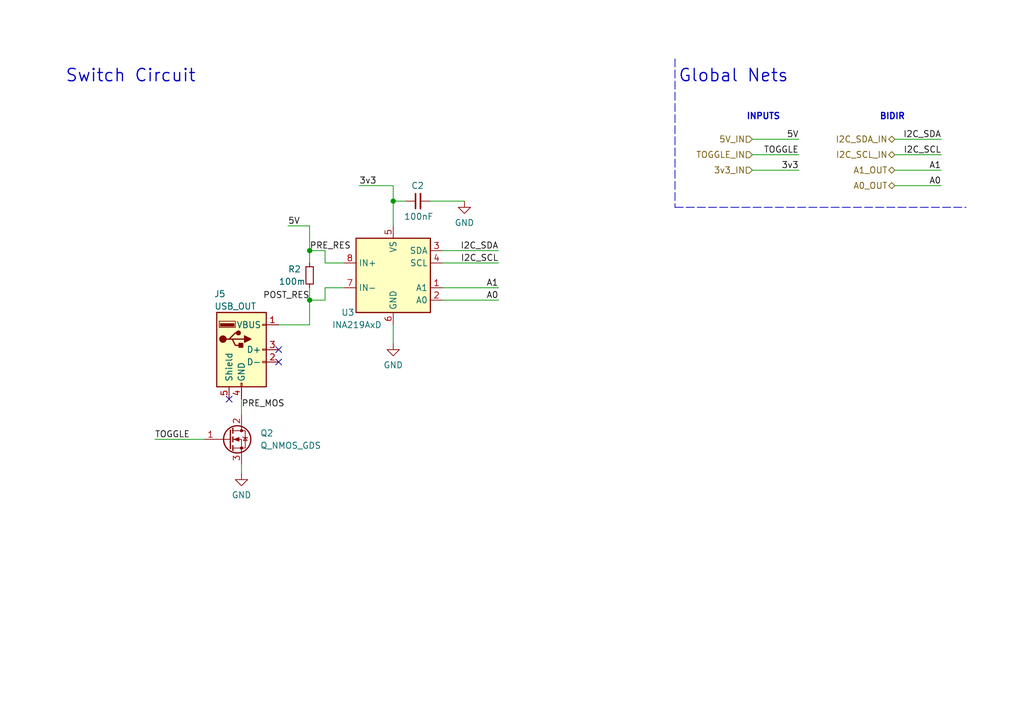
<source format=kicad_sch>
(kicad_sch (version 20211123) (generator eeschema)
  (paper "A5")
  (title_block (title "Wifi USB Port") (date "2023-02-05") (rev "0.2.1"))
  (lib_symbols
    (symbol "Analog_ADC:INA219AxD"
      (property "Reference" "U" (at -6.35 8.89 0))
      (property "Value" "INA219AxD" (at 5.08 8.89 0))
      (symbol "INA219AxD_0_1"
        (rectangle (start -7.62 7.62) (end 7.62 -7.62) (stroke (width 0.254)) (fill (type background)))
      )
      (symbol "INA219AxD_1_1"
        (pin input line (at 10.16 -2.54 180) (length 2.54) (name "A1") (number "1"))
        (pin input line (at 10.16 -5.08 180) (length 2.54) (name "A0") (number "2"))
        (pin bidirectional line (at 10.16 5.08 180) (length 2.54) (name "SDA") (number "3"))
        (pin input line (at 10.16 2.54 180) (length 2.54) (name "SCL") (number "4"))
        (pin power_in line (at 0 10.16 270) (length 2.54) (name "VS") (number "5"))
        (pin power_in line (at 0 -10.16 90) (length 2.54) (name "GND") (number "6"))
        (pin input line (at -10.16 -2.54 0) (length 2.54) (name "IN-") (number "7"))
        (pin input line (at -10.16 2.54 0) (length 2.54) (name "IN+") (number "8"))
      )
    )
    (symbol "Connector:USB_A" (pin_names (offset 1.016))
      (property "Reference" "J" (at -5.08 11.43 0))
      (property "Value" "USB_A" (at -5.08 8.89 0))
      (symbol "USB_A_0_1"
        (rectangle (start -5.08 -7.62) (end 5.08 7.62) (stroke (width 0.254)) (fill (type background)))
        (circle (center -3.81 2.159) (radius 0.635) (stroke (width 0.254)) (fill (type outline)))
        (rectangle (start -1.524 4.826) (end -4.318 5.334) (fill (type outline)))
        (rectangle (start -1.27 4.572) (end -4.572 5.842))
        (circle (center -0.635 3.429) (radius 0.381) (stroke (width 0.254)) (fill (type outline)))
        (rectangle (start -0.127 -7.62) (end 0.127 -6.858))
        (polyline (pts (xy -3.175 2.159) (xy -2.54 2.159) (xy -1.27 3.429) (xy -0.635 3.429)) (stroke (width 0.254)))
        (polyline (pts (xy -2.54 2.159) (xy -1.905 2.159) (xy -1.27 0.889) (xy 0 0.889)) (stroke (width 0.254)))
        (polyline (pts (xy 0.635 2.794) (xy 0.635 1.524) (xy 1.905 2.159) (xy 0.635 2.794)) (stroke (width 0.254)) (fill (type outline)))
        (rectangle (start 0.254 1.27) (end -0.508 0.508) (stroke (width 0.254)) (fill (type outline)))
        (rectangle (start 5.08 -2.667) (end 4.318 -2.413))
        (rectangle (start 5.08 -0.127) (end 4.318 0.127))
        (rectangle (start 5.08 4.953) (end 4.318 5.207))
      )
      (symbol "USB_A_1_1"
        (polyline (pts (xy -1.905 2.159) (xy 0.635 2.159)) (stroke (width 0.254)))
        (pin power_in line (at 7.62 5.08 180) (length 2.54) (name "VBUS") (number "1"))
        (pin bidirectional line (at 7.62 -2.54 180) (length 2.54) (name "D-") (number "2"))
        (pin bidirectional line (at 7.62 0 180) (length 2.54) (name "D+") (number "3"))
        (pin power_in line (at 0 -10.16 90) (length 2.54) (name "GND") (number "4"))
        (pin passive line (at -2.54 -10.16 90) (length 2.54) (name "Shield") (number "5"))
      )
    )
    (symbol "Device:C_Small" (pin_numbers hide) (pin_names (offset 0.254) hide)
      (property "Reference" "C" (at 0.254 1.778 0))
      (property "Value" "C_Small" (at 0.254 -2.032 0))
      (symbol "C_Small_0_1"
        (polyline (pts (xy -1.524 -0.508) (xy 1.524 -0.508)) (stroke (width 0.3302)))
        (polyline (pts (xy -1.524 0.508) (xy 1.524 0.508)) (stroke (width 0.3048)))
      )
      (symbol "C_Small_1_1"
        (pin passive line (at 0 2.54 270) (length 2.032) (name "~") (number "1"))
        (pin passive line (at 0 -2.54 90) (length 2.032) (name "~") (number "2"))
      )
    )
    (symbol "Device:Q_NMOS_GDS" (pin_names (offset 0) hide)
      (property "Reference" "Q" (at 5.08 1.27 0))
      (property "Value" "Q_NMOS_GDS" (at 5.08 -1.27 0))
      (symbol "Q_NMOS_GDS_0_1"
        (polyline (pts (xy 0.254 0) (xy -2.54 0)))
        (polyline (pts (xy 0.254 1.905) (xy 0.254 -1.905)) (stroke (width 0.254)))
        (polyline (pts (xy 0.762 -1.27) (xy 0.762 -2.286)) (stroke (width 0.254)))
        (polyline (pts (xy 0.762 0.508) (xy 0.762 -0.508)) (stroke (width 0.254)))
        (polyline (pts (xy 0.762 2.286) (xy 0.762 1.27)) (stroke (width 0.254)))
        (polyline (pts (xy 2.54 2.54) (xy 2.54 1.778)))
        (polyline (pts (xy 2.54 -2.54) (xy 2.54 0) (xy 0.762 0)))
        (polyline (pts (xy 0.762 -1.778) (xy 3.302 -1.778) (xy 3.302 1.778) (xy 0.762 1.778)))
        (polyline (pts (xy 1.016 0) (xy 2.032 0.381) (xy 2.032 -0.381) (xy 1.016 0)) (fill (type outline)))
        (polyline (pts (xy 2.794 0.508) (xy 2.921 0.381) (xy 3.683 0.381) (xy 3.81 0.254)))
        (polyline (pts (xy 3.302 0.381) (xy 2.921 -0.254) (xy 3.683 -0.254) (xy 3.302 0.381)))
        (circle (center 1.651 0) (radius 2.794) (stroke (width 0.254)))
        (circle (center 2.54 -1.778) (radius 0.254) (fill (type outline)))
        (circle (center 2.54 1.778) (radius 0.254) (fill (type outline)))
      )
      (symbol "Q_NMOS_GDS_1_1"
        (pin input line (at -5.08 0 0) (length 2.54) (name "G") (number "1"))
        (pin passive line (at 2.54 5.08 270) (length 2.54) (name "D") (number "2"))
        (pin passive line (at 2.54 -5.08 90) (length 2.54) (name "S") (number "3"))
      )
    )
    (symbol "Device:R_Small" (pin_numbers hide) (pin_names (offset 0.254) hide)
      (property "Reference" "R" (at 0.762 0.508 0))
      (property "Value" "R_Small" (at 0.762 -1.016 0))
      (symbol "R_Small_0_1"
        (rectangle (start -0.762 1.778) (end 0.762 -1.778) (stroke (width 0.2032)))
      )
      (symbol "R_Small_1_1"
        (pin passive line (at 0 2.54 270) (length 0.762) (name "~") (number "1"))
        (pin passive line (at 0 -2.54 90) (length 0.762) (name "~") (number "2"))
      )
    )
    (symbol "power:GND" (power) (pin_names (offset 0))
      (property "Value" "GND" (at 0 -3.81 0))
      (symbol "GND_0_1"
        (polyline (pts (xy 0 0) (xy 0 -1.27) (xy 1.27 -1.27) (xy 0 -2.54) (xy -1.27 -1.27) (xy 0 -1.27)))
      )
      (symbol "GND_1_1"
        (pin power_in line (at 0 0 270) (length 0) hide (name "GND") (number "1"))
      )
    )
  )
  (junction (at 80.645 41.275))
  (junction (at 63.5 51.435))
  (junction (at 63.5 61.595))
  (no_connect (at 57.15 74.295))
  (no_connect (at 57.15 71.755))
  (no_connect (at 46.99 81.915))
  (wire (pts (xy 66.675 59.055) (xy 66.675 61.595)))
  (wire (pts (xy 63.5 51.435) (xy 63.5 46.355)))
  (wire (pts (xy 63.5 53.975) (xy 63.5 51.435)))
  (wire (pts (xy 183.515 28.575) (xy 193.04 28.575)))
  (wire (pts (xy 88.265 41.275) (xy 95.25 41.275)))
  (wire (pts (xy 63.5 61.595) (xy 63.5 66.675)))
  (wire (pts (xy 80.645 41.275) (xy 80.645 46.355)))
  (wire (pts (xy 90.805 59.055) (xy 102.235 59.055)))
  (wire (pts (xy 183.515 34.925) (xy 193.04 34.925)))
  (wire (pts (xy 70.485 53.975) (xy 66.675 53.975)))
  (wire (pts (xy 154.305 34.925) (xy 163.83 34.925)))
  (wire (pts (xy 80.645 41.275) (xy 83.185 41.275)))
  (wire (pts (xy 49.53 81.915) (xy 49.53 85.09)))
  (wire (pts (xy 183.515 31.75) (xy 193.04 31.75)))
  (wire (pts (xy 154.305 31.75) (xy 163.83 31.75)))
  (wire (pts (xy 90.805 51.435) (xy 102.235 51.435)))
  (wire (pts (xy 66.675 53.975) (xy 66.675 51.435)))
  (wire (pts (xy 70.485 59.055) (xy 66.675 59.055)))
  (wire (pts (xy 183.515 38.1) (xy 193.04 38.1)))
  (wire (pts (xy 154.305 28.575) (xy 163.83 28.575)))
  (wire (pts (xy 63.5 61.595) (xy 66.675 61.595)))
  (polyline (pts (xy 138.43 42.545) (xy 198.12 42.545)))
  (wire (pts (xy 63.5 51.435) (xy 66.675 51.435)))
  (wire (pts (xy 80.645 38.1) (xy 80.645 41.275)))
  (wire (pts (xy 63.5 59.055) (xy 63.5 61.595)))
  (wire (pts (xy 59.055 46.355) (xy 63.5 46.355)))
  (wire (pts (xy 90.805 53.975) (xy 102.235 53.975)))
  (wire (pts (xy 57.15 66.675) (xy 63.5 66.675)))
  (wire (pts (xy 49.53 95.25) (xy 49.53 97.155)))
  (wire (pts (xy 90.805 61.595) (xy 102.235 61.595)))
  (wire (pts (xy 80.645 66.675) (xy 80.645 70.485)))
  (wire (pts (xy 73.66 38.1) (xy 80.645 38.1)))
  (polyline (pts (xy 138.43 12.065) (xy 138.43 42.545)))
  (wire (pts (xy 31.75 90.17) (xy 41.91 90.17)))
  (text "BIDIR" (at 180.34 24.765 0) (effects (font (size 1.27 1.27) (thickness 0.254) bold) (justify left bottom)))
  (text "Switch Circuit" (at 13.335 17.145 0) (effects (font (size 2.54 2.54) (thickness 0.254) bold) (justify left bottom)))
  (text "Global Nets" (at 139.065 17.145 0) (effects (font (size 2.54 2.54) (thickness 0.254) bold) (justify left bottom)))
  (text "INPUTS" (at 153.035 24.765 0) (effects (font (size 1.27 1.27) (thickness 0.254) bold) (justify left bottom)))
  (label "A1" (at 102.235 59.055 180))
  (label "A1" (at 193.04 34.925 180))
  (label "PRE_MOS" (at 49.53 83.82 0))
  (label "A0" (at 102.235 61.595 180))
  (label "5V" (at 163.83 28.575 180))
  (label "A0" (at 193.04 38.1 180))
  (label "I2C_SCL" (at 193.04 31.75 180))
  (label "TOGGLE" (at 163.83 31.75 180))
  (label "I2C_SDA" (at 193.04 28.575 180))
  (label "I2C_SCL" (at 102.235 53.975 180))
  (label "5V" (at 59.055 46.355 0))
  (label "3v3" (at 163.83 34.925 180))
  (label "3v3" (at 73.66 38.1 0))
  (label "POST_RES" (at 63.5 61.595 180))
  (label "I2C_SDA" (at 102.235 51.435 180))
  (label "TOGGLE" (at 31.75 90.17 0))
  (label "PRE_RES" (at 63.5 51.435 0))
  (hierarchical_label "3v3_IN" (shape input) (at 154.305 34.925 180))
  (hierarchical_label "TOGGLE_IN" (shape input) (at 154.305 31.75 180))
  (hierarchical_label "A1_OUT" (shape bidirectional) (at 183.515 34.925 180))
  (hierarchical_label "A0_OUT" (shape bidirectional) (at 183.515 38.1 180))
  (hierarchical_label "I2C_SCL_IN" (shape bidirectional) (at 183.515 31.75 180))
  (hierarchical_label "I2C_SDA_IN" (shape bidirectional) (at 183.515 28.575 180))
  (hierarchical_label "5V_IN" (shape input) (at 154.305 28.575 180))
  (symbol (lib_id "Connector:USB_A") (at 49.53 71.755 0)
    (property "Reference" "J5" (at 45.085 60.325 0))
    (property "Value" "USB_OUT" (at 48.26 62.865 0))
    (property "Footprint" "Library:904-131A2032S10100" (effects hide))
    (property "Datasheet" " ~" (effects hide))
    (property "LCSC Part Number" "C8328" (effects hide))
    (property "Manufacturer" "Jing Extension of the Electronic Co." (effects hide))
    (property "Manufacturer Part Number" "904-131A2032S10100" (effects hide))
  )
  (symbol (lib_id "Device:R_Small") (at 63.5 56.515 0)
    (property "Reference" "R2" (at 59.055 55.2449 0) (effects (justify left)))
    (property "Value" "100m" (at 57.15 57.7849 0) (effects (justify left)))
    (property "Footprint" "Resistor_SMD:R_2010_5025Metric" (effects hide))
    (property "LCSC Part Number" "C474250" (effects hide))
    (property "Manufacturer" "UNI-ROYAL(Uniroyal Elec)" (effects hide))
    (property "Manufacturer Part Number" "201007F100LT4E" (effects hide))
  )
  (symbol (lib_id "power:GND") (at 80.645 70.485 0)
    (property "Reference" "#PWR0107" (effects hide))
    (property "Value" "GND" (at 80.645 74.93 0))
  )
  (symbol (lib_id "power:GND") (at 49.53 97.155 0)
    (property "Reference" "#PWR0109" (effects hide))
    (property "Value" "GND" (at 49.53 101.6 0))
  )
  (symbol (lib_id "Device:C_Small") (at 85.725 41.275 90)
    (property "Reference" "C2" (at 87.0012 38.1 90) (effects (justify left)))
    (property "Value" "100nF" (at 88.9062 44.45 90) (effects (justify left)))
    (property "Footprint" "Capacitor_SMD:C_0603_1608Metric" (effects hide))
    (property "LCSC Part Number" "C1591" (effects hide))
    (property "Manufacturer" "Samsung Electro-Mechanics" (effects hide))
    (property "Manufacturer Part Number" "CL10B104KB8NNNC" (effects hide))
  )
  (symbol (lib_id "power:GND") (at 95.25 41.275 0)
    (property "Reference" "#PWR0108" (effects hide))
    (property "Value" "GND" (at 95.25 45.72 0))
  )
  (symbol (lib_id "Analog_ADC:INA219AxD") (at 80.645 56.515 0)
    (property "Reference" "U3" (at 69.9644 64.135 0) (effects (justify left)))
    (property "Value" "INA219AxD" (at 68.0594 66.675 0) (effects (justify left)))
    (property "Footprint" "Package_SO:SOIC-8_3.9x4.9mm_P1.27mm" (effects hide))
    (property "Datasheet" "http://www.ti.com/lit/ds/symlink/ina219.pdf" (effects hide))
    (property "LCSC Part Number" "C138706" (effects hide))
    (property "Manufacturer" "Texas Instruments" (effects hide))
    (property "Manufacturer Part Number" "INA219AIDR" (effects hide))
  )
  (symbol (lib_id "Device:Q_NMOS_GDS") (at 46.99 90.17 0)
    (property "Reference" "Q2" (at 53.34 88.8999 0) (effects (justify left)))
    (property "Value" "Q_NMOS_GDS" (at 53.34 91.4399 0) (effects (justify left)))
    (property "Footprint" "Library:YJL3400A" (effects hide))
    (property "LCSC Part Number" "C699302" (effects hide))
    (property "Manufacturer" "Yangzhou Yangjie Elec Tech" (effects hide))
    (property "Manufacturer Part Number" "YJL3400A" (effects hide))
  )
)
</source>
